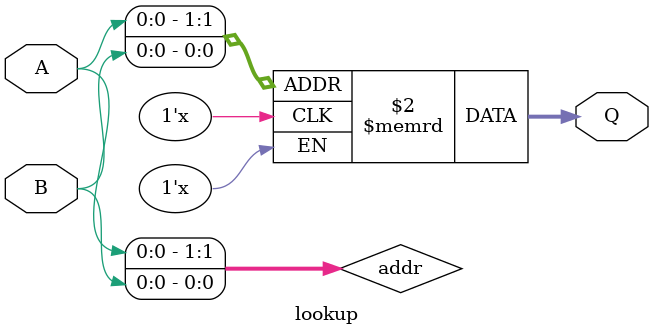
<source format=sv>
module lookup(output logic [7:0] Q, input logic A, input logic B);

//Tag this on the end
/* synthesis ram_init_file = " my_init_file.mif" */
	
(* ram_init_file = "romvals.hex" *) logic [7:0] rom[0:3];	
	
logic [1:0] addr;

assign addr = {A, B};

always_comb
	Q = rom[addr];
endmodule
</source>
